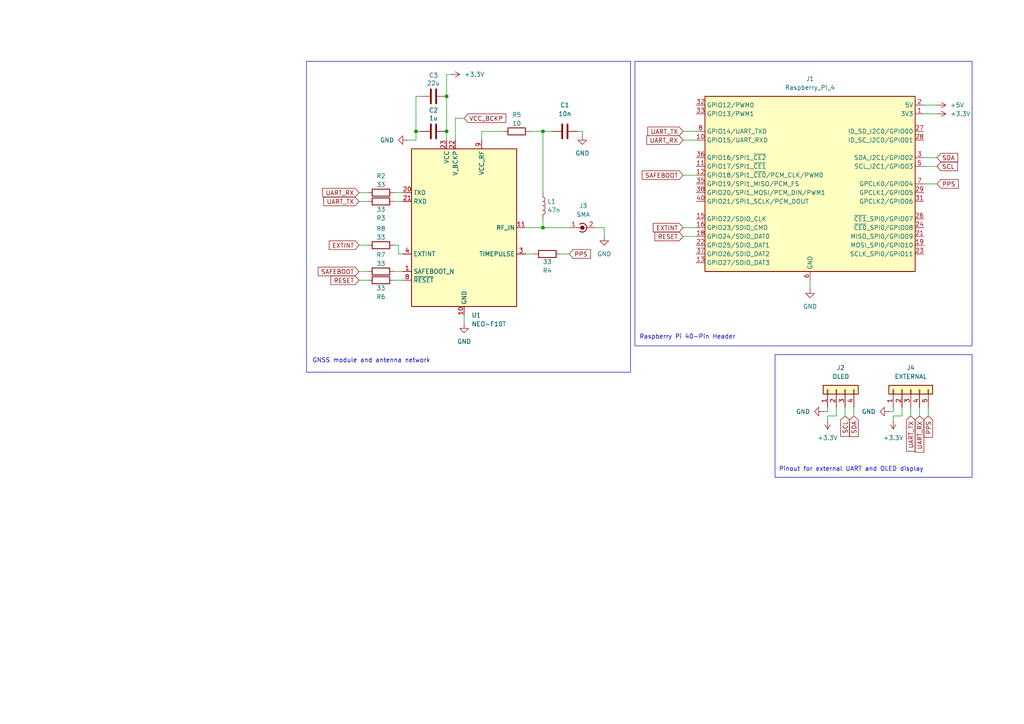
<source format=kicad_sch>
(kicad_sch (version 20250114) (generator "eeschema") (generator_version "9.0")
  (paper "A4")
  (lib_symbols
    (symbol "Connector:Conn_Coaxial_Power" (pin_names (offset 1.016) (hide yes))
      (property "Reference" "J" (at -5.08 -1.27 90))
      (property "Value" "Conn_Coaxial_Power" (at -3.175 -1.27 90))
      (symbol "Conn_Coaxial_Power_0_1"
        (arc (start 1.016 -0.508) (mid 1.2048 -0.8684) (end 1.27 -1.27) (stroke (width 0.254)))
        (polyline (pts (xy 0 0) (xy 0 -1.27)))
        (arc (start 1.27 -1.27) (mid 0 -2.5345) (end -1.27 -1.27) (stroke (width 0.254)))
        (arc (start -1.27 -1.27) (mid -1.2048 -0.8684) (end -1.016 -0.508) (stroke (width 0.254)))
        (circle (center 0 -1.27) (radius 0.508) (stroke (width 0.2032)) (fill (type outline)))
        (polyline (pts (xy 0 -2.54) (xy 0 -3.048)))
      )
      (symbol "Conn_Coaxial_Power_1_1"
        (pin passive line (at 0 2.54 270) (length 2.54) (name "In") (number "1"))
        (pin passive line (at 0 -5.08 90) (length 2.54) (name "Ext") (number "2"))
      )
    )
    (symbol "Connector:Raspberry_Pi_4"
      (property "Reference" "J" (at -17.526 48.768 0))
      (property "Value" "Raspberry_Pi_4" (at 15.748 -26.416 0))
      (symbol "Raspberry_Pi_4_0_1"
        (rectangle (start -30.48 25.4) (end 30.48 -25.4) (stroke (width 0.254)) (fill (type background)))
      )
      (symbol "Raspberry_Pi_4_1_1"
        (pin bidirectional line (at -33.02 22.86 0) (length 2.54) (name "GPIO12/PWM0") (number "32"))
        (pin bidirectional line (at -33.02 20.32 0) (length 2.54) (name "GPIO13/PWM1") (number "33"))
        (pin bidirectional line (at -33.02 15.24 0) (length 2.54) (name "GPIO14/UART_TXD") (number "8"))
        (pin bidirectional line (at -33.02 12.7 0) (length 2.54) (name "GPIO15/UART_RXD") (number "10"))
        (pin bidirectional line (at -33.02 7.62 0) (length 2.54) (name "GPIO16/SPI1_~{CE2}") (number "36"))
        (pin bidirectional line (at -33.02 5.08 0) (length 2.54) (name "GPIO17/SPI1_~{CE1}") (number "11"))
        (pin bidirectional line (at -33.02 2.54 0) (length 2.54) (name "GPIO18/SPI1_~{CE0}/PCM_CLK/PWM0") (number "12"))
        (pin bidirectional line (at -33.02 0 0) (length 2.54) (name "GPIO19/SPI1_MISO/PCM_FS") (number "35"))
        (pin bidirectional line (at -33.02 -2.54 0) (length 2.54) (name "GPIO20/SPI1_MOSI/PCM_DIN/PWM1") (number "38"))
        (pin bidirectional line (at -33.02 -5.08 0) (length 2.54) (name "GPIO21/SPI1_SCLK/PCM_DOUT") (number "40"))
        (pin bidirectional line (at -33.02 -10.16 0) (length 2.54) (name "GPIO22/SDIO_CLK") (number "15"))
        (pin bidirectional line (at -33.02 -12.7 0) (length 2.54) (name "GPIO23/SDIO_CMD") (number "16"))
        (pin bidirectional line (at -33.02 -15.24 0) (length 2.54) (name "GPIO24/SDIO_DAT0") (number "18"))
        (pin bidirectional line (at -33.02 -17.78 0) (length 2.54) (name "GPIO25/SDIO_DAT1") (number "22"))
        (pin bidirectional line (at -33.02 -20.32 0) (length 2.54) (name "GPIO26/SDIO_DAT2") (number "37"))
        (pin bidirectional line (at -33.02 -22.86 0) (length 2.54) (name "GPIO27/SDIO_DAT3") (number "13"))
        (pin passive line (at 0 -27.94 90) (length 2.54) (hide yes) (name "GND") (number "14"))
        (pin passive line (at 0 -27.94 90) (length 2.54) (hide yes) (name "GND") (number "20"))
        (pin passive line (at 0 -27.94 90) (length 2.54) (hide yes) (name "GND") (number "25"))
        (pin passive line (at 0 -27.94 90) (length 2.54) (hide yes) (name "GND") (number "30"))
        (pin passive line (at 0 -27.94 90) (length 2.54) (hide yes) (name "GND") (number "34"))
        (pin passive line (at 0 -27.94 90) (length 2.54) (hide yes) (name "GND") (number "39"))
        (pin power_out line (at 0 -27.94 90) (length 2.54) (name "GND") (number "6"))
        (pin passive line (at 0 -27.94 90) (length 2.54) (hide yes) (name "GND") (number "9"))
        (pin power_out line (at 33.02 22.86 180) (length 2.54) (name "5V") (number "2"))
        (pin passive line (at 33.02 22.86 180) (length 2.54) (hide yes) (name "5V") (number "4"))
        (pin power_out line (at 33.02 20.32 180) (length 2.54) (name "3V3") (number "1"))
        (pin passive line (at 33.02 20.32 180) (length 2.54) (hide yes) (name "3V3") (number "17"))
        (pin bidirectional line (at 33.02 15.24 180) (length 2.54) (name "ID_SD_I2C0/GPIO00") (number "27"))
        (pin bidirectional line (at 33.02 12.7 180) (length 2.54) (name "ID_SC_I2C0/GPIO01") (number "28"))
        (pin bidirectional line (at 33.02 7.62 180) (length 2.54) (name "SDA_I2C1/GPIO02") (number "3"))
        (pin bidirectional line (at 33.02 5.08 180) (length 2.54) (name "SCL_I2C1/GPIO03") (number "5"))
        (pin bidirectional line (at 33.02 0 180) (length 2.54) (name "GPCLK0/GPIO04") (number "7"))
        (pin bidirectional line (at 33.02 -2.54 180) (length 2.54) (name "GPCLK1/GPIO05") (number "29"))
        (pin bidirectional line (at 33.02 -5.08 180) (length 2.54) (name "GPCLK2/GPIO06") (number "31"))
        (pin bidirectional line (at 33.02 -10.16 180) (length 2.54) (name "~{CE1}_SPI0/GPIO07") (number "26"))
        (pin bidirectional line (at 33.02 -12.7 180) (length 2.54) (name "~{CE0}_SPI0/GPIO08") (number "24"))
        (pin bidirectional line (at 33.02 -15.24 180) (length 2.54) (name "MISO_SPI0/GPIO09") (number "21"))
        (pin bidirectional line (at 33.02 -17.78 180) (length 2.54) (name "MOSI_SPI0/GPIO10") (number "19"))
        (pin bidirectional line (at 33.02 -20.32 180) (length 2.54) (name "SCLK_SPI0/GPIO11") (number "23"))
      )
    )
    (symbol "Connector_Generic:Conn_01x04" (pin_names (offset 1.016) (hide yes))
      (property "Reference" "J" (at 0 5.08 0))
      (property "Value" "Conn_01x04" (at 0 -7.62 0))
      (symbol "Conn_01x04_1_1"
        (rectangle (start -1.27 3.81) (end 1.27 -6.35) (stroke (width 0.254)) (fill (type background)))
        (rectangle (start -1.27 2.667) (end 0 2.413) (stroke (width 0.1524)))
        (rectangle (start -1.27 0.127) (end 0 -0.127) (stroke (width 0.1524)))
        (rectangle (start -1.27 -2.413) (end 0 -2.667) (stroke (width 0.1524)))
        (rectangle (start -1.27 -4.953) (end 0 -5.207) (stroke (width 0.1524)))
        (pin passive line (at -5.08 2.54 0) (length 3.81) (name "Pin_1") (number "1"))
        (pin passive line (at -5.08 0 0) (length 3.81) (name "Pin_2") (number "2"))
        (pin passive line (at -5.08 -2.54 0) (length 3.81) (name "Pin_3") (number "3"))
        (pin passive line (at -5.08 -5.08 0) (length 3.81) (name "Pin_4") (number "4"))
      )
    )
    (symbol "Connector_Generic:Conn_01x05" (pin_names (offset 1.016) (hide yes))
      (property "Reference" "J" (at 0 7.62 0))
      (property "Value" "Conn_01x05" (at 0 -7.62 0))
      (symbol "Conn_01x05_1_1"
        (rectangle (start -1.27 6.35) (end 1.27 -6.35) (stroke (width 0.254)) (fill (type background)))
        (rectangle (start -1.27 5.207) (end 0 4.953) (stroke (width 0.1524)))
        (rectangle (start -1.27 2.667) (end 0 2.413) (stroke (width 0.1524)))
        (rectangle (start -1.27 0.127) (end 0 -0.127) (stroke (width 0.1524)))
        (rectangle (start -1.27 -2.413) (end 0 -2.667) (stroke (width 0.1524)))
        (rectangle (start -1.27 -4.953) (end 0 -5.207) (stroke (width 0.1524)))
        (pin passive line (at -5.08 5.08 0) (length 3.81) (name "Pin_1") (number "1"))
        (pin passive line (at -5.08 2.54 0) (length 3.81) (name "Pin_2") (number "2"))
        (pin passive line (at -5.08 0 0) (length 3.81) (name "Pin_3") (number "3"))
        (pin passive line (at -5.08 -2.54 0) (length 3.81) (name "Pin_4") (number "4"))
        (pin passive line (at -5.08 -5.08 0) (length 3.81) (name "Pin_5") (number "5"))
      )
    )
    (symbol "Device:C" (pin_numbers (hide yes)) (pin_names (offset 0.254))
      (property "Reference" "C" (at 0.635 2.54 0))
      (property "Value" "C" (at 0.635 -2.54 0))
      (symbol "C_0_1"
        (polyline (pts (xy -2.032 0.762) (xy 2.032 0.762)) (stroke (width 0.508)))
        (polyline (pts (xy -2.032 -0.762) (xy 2.032 -0.762)) (stroke (width 0.508)))
      )
      (symbol "C_1_1"
        (pin passive line (at 0 3.81 270) (length 2.794) (name "~") (number "1"))
        (pin passive line (at 0 -3.81 90) (length 2.794) (name "~") (number "2"))
      )
    )
    (symbol "Device:L" (pin_numbers (hide yes)) (pin_names (offset 1.016) (hide yes))
      (property "Reference" "L" (at -1.27 0 90))
      (property "Value" "L" (at 1.905 0 90))
      (symbol "L_0_1"
        (arc (start 0 2.54) (mid 0.6323 1.905) (end 0 1.27))
        (arc (start 0 1.27) (mid 0.6323 0.635) (end 0 0))
        (arc (start 0 0) (mid 0.6323 -0.635) (end 0 -1.27))
        (arc (start 0 -1.27) (mid 0.6323 -1.905) (end 0 -2.54))
      )
      (symbol "L_1_1"
        (pin passive line (at 0 3.81 270) (length 1.27) (name "1") (number "1"))
        (pin passive line (at 0 -3.81 90) (length 1.27) (name "2") (number "2"))
      )
    )
    (symbol "Device:R" (pin_numbers (hide yes)) (pin_names (offset 0))
      (property "Reference" "R" (at 2.032 0 90))
      (property "Value" "R" (at 0 0 90))
      (symbol "R_0_1"
        (rectangle (start -1.016 -2.54) (end 1.016 2.54) (stroke (width 0.254)))
      )
      (symbol "R_1_1"
        (pin passive line (at 0 3.81 270) (length 1.27) (name "~") (number "1"))
        (pin passive line (at 0 -3.81 90) (length 1.27) (name "~") (number "2"))
      )
    )
    (symbol "neo-f10t:NEO-F10T"
      (property "Reference" "U" (at -13.97 24.13 0))
      (property "Value" "NEO-F10T" (at 11.43 24.13 0))
      (symbol "NEO-F10T_0_1"
        (rectangle (start -15.24 22.86) (end 15.24 -22.86) (stroke (width 0.254)) (fill (type background)))
      )
      (symbol "NEO-F10T_1_1"
        (pin output line (at -17.78 10.16 0) (length 2.54) (name "TXD") (number "20"))
        (pin input line (at -17.78 7.62 0) (length 2.54) (name "RXD") (number "21"))
        (pin input line (at -17.78 -7.62 0) (length 2.54) (name "EXTINT") (number "4"))
        (pin bidirectional line (at -17.78 -12.7 0) (length 2.54) (name "SAFEBOOT_N") (number "1"))
        (pin input line (at -17.78 -15.24 0) (length 2.54) (name "~{RESET}") (number "8"))
        (pin no_connect line (at -15.24 17.78 0) (length 2.54) (hide yes) (name "RESERVED") (number "5"))
        (pin no_connect line (at -15.24 15.24 0) (length 2.54) (hide yes) (name "RESERVED") (number "6"))
        (pin no_connect line (at -15.24 2.54 0) (length 2.54) (hide yes) (name "RESERVED") (number "18"))
        (pin no_connect line (at -15.24 0 0) (length 2.54) (hide yes) (name "RESERVED") (number "19"))
        (pin no_connect line (at -15.24 -5.08 0) (length 2.54) (hide yes) (name "RESERVED") (number "15"))
        (pin no_connect line (at -15.24 -17.78 0) (length 2.54) (hide yes) (name "RESERVED") (number "2"))
        (pin power_in line (at -5.08 25.4 270) (length 2.54) (name "VCC") (number "23"))
        (pin power_in line (at -2.54 25.4 270) (length 2.54) (name "V_BCKP") (number "22"))
        (pin no_connect line (at 0 22.86 270) (length 2.54) (hide yes) (name "RESERVED") (number "7"))
        (pin power_in line (at 0 -25.4 90) (length 2.54) (name "GND") (number "10"))
        (pin passive line (at 0 -25.4 90) (length 2.54) (hide yes) (name "GND") (number "12"))
        (pin passive line (at 0 -25.4 90) (length 2.54) (hide yes) (name "GND") (number "13"))
        (pin passive line (at 0 -25.4 90) (length 2.54) (hide yes) (name "GND") (number "24"))
        (pin power_out line (at 5.08 25.4 270) (length 2.54) (name "VCC_RF") (number "9"))
        (pin no_connect line (at 15.24 5.08 180) (length 2.54) (hide yes) (name "RESERVED") (number "14"))
        (pin no_connect line (at 15.24 -10.16 180) (length 2.54) (hide yes) (name "RESERVED") (number "16"))
        (pin no_connect line (at 15.24 -12.7 180) (length 2.54) (hide yes) (name "RESERVED") (number "17"))
        (pin input line (at 17.78 0 180) (length 2.54) (name "RF_IN") (number "11"))
        (pin output line (at 17.78 -7.62 180) (length 2.54) (name "TIMEPULSE") (number "3"))
      )
    )
    (symbol "power:+3.3V" (power) (pin_numbers (hide yes)) (pin_names (offset 0) (hide yes))
      (property "Value" "+3.3V" (at 0 3.556 0))
      (symbol "+3.3V_0_1"
        (polyline (pts (xy -0.762 1.27) (xy 0 2.54)))
        (polyline (pts (xy 0 2.54) (xy 0.762 1.27)))
        (polyline (pts (xy 0 0) (xy 0 2.54)))
      )
      (symbol "+3.3V_1_1"
        (pin power_in line (at 0 0 90) (length 0) (name "~") (number "1"))
      )
    )
    (symbol "power:+5V" (power) (pin_numbers (hide yes)) (pin_names (offset 0) (hide yes))
      (property "Value" "+5V" (at 0 3.556 0))
      (symbol "+5V_0_1"
        (polyline (pts (xy -0.762 1.27) (xy 0 2.54)))
        (polyline (pts (xy 0 2.54) (xy 0.762 1.27)))
        (polyline (pts (xy 0 0) (xy 0 2.54)))
      )
      (symbol "+5V_1_1"
        (pin power_in line (at 0 0 90) (length 0) (name "~") (number "1"))
      )
    )
    (symbol "power:GND" (power) (pin_numbers (hide yes)) (pin_names (offset 0) (hide yes))
      (property "Value" "GND" (at 0 -3.81 0))
      (symbol "GND_0_1"
        (polyline (pts (xy 0 0) (xy 0 -1.27) (xy 1.27 -1.27) (xy 0 -2.54) (xy -1.27 -1.27) (xy 0 -1.27)))
      )
      (symbol "GND_1_1"
        (pin power_in line (at 0 0 270) (length 0) (name "~") (number "1"))
      )
    )
  )
  (rectangle (start 224.79 102.87) (end 281.94 138.43))
  (rectangle (start 184.15 17.78) (end 281.94 100.33))
  (rectangle (start 88.9 17.78) (end 182.88 107.95))
  (text "Pinout for external UART and OLED display" (at 246.888 136.144 0) (effects (font (size 1.27 1.27))))
  (text "GNSS module and antenna network" (at 107.696 104.648 0) (effects (font (size 1.27 1.27))))
  (text "Raspberry Pi 40-Pin Header" (at 199.39 97.79 0) (effects (font (size 1.27 1.27))))
  (junction (at 129.54 27.94))
  (junction (at 157.48 66.04))
  (junction (at 129.54 38.1))
  (junction (at 157.48 38.1))
  (junction (at 120.65 38.1))
  (wire (pts (xy 168.91 39.37) (xy 168.91 38.1)))
  (wire (pts (xy 240.03 119.38) (xy 240.03 118.11)))
  (wire (pts (xy 198.12 66.04) (xy 201.93 66.04)))
  (wire (pts (xy 114.3 78.74) (xy 116.84 78.74)))
  (wire (pts (xy 198.12 68.58) (xy 201.93 68.58)))
  (wire (pts (xy 267.97 33.02) (xy 271.78 33.02)))
  (wire (pts (xy 259.08 120.65) (xy 259.08 121.92)))
  (wire (pts (xy 120.65 27.94) (xy 121.92 27.94)))
  (wire (pts (xy 238.76 119.38) (xy 240.03 119.38)))
  (wire (pts (xy 120.65 38.1) (xy 120.65 27.94)))
  (wire (pts (xy 114.3 58.42) (xy 116.84 58.42)))
  (wire (pts (xy 115.57 71.12) (xy 115.57 73.66)))
  (wire (pts (xy 264.16 118.11) (xy 264.16 120.65)))
  (wire (pts (xy 259.08 119.38) (xy 259.08 118.11)))
  (wire (pts (xy 129.54 40.64) (xy 129.54 38.1)))
  (wire (pts (xy 120.65 40.64) (xy 120.65 38.1)))
  (wire (pts (xy 234.95 81.28) (xy 234.95 83.82)))
  (wire (pts (xy 257.81 119.38) (xy 259.08 119.38)))
  (wire (pts (xy 114.3 81.28) (xy 116.84 81.28)))
  (wire (pts (xy 129.54 21.59) (xy 130.81 21.59)))
  (wire (pts (xy 267.97 30.48) (xy 271.78 30.48)))
  (wire (pts (xy 240.03 120.65) (xy 242.57 120.65)))
  (wire (pts (xy 152.4 66.04) (xy 157.48 66.04)))
  (wire (pts (xy 269.24 118.11) (xy 269.24 120.65)))
  (wire (pts (xy 175.26 66.04) (xy 172.72 66.04)))
  (wire (pts (xy 157.48 66.04) (xy 165.1 66.04)))
  (wire (pts (xy 153.67 38.1) (xy 157.48 38.1)))
  (wire (pts (xy 259.08 120.65) (xy 261.62 120.65)))
  (wire (pts (xy 104.14 71.12) (xy 106.68 71.12)))
  (wire (pts (xy 132.08 34.29) (xy 134.62 34.29)))
  (wire (pts (xy 168.91 38.1) (xy 167.64 38.1)))
  (wire (pts (xy 114.3 71.12) (xy 115.57 71.12)))
  (wire (pts (xy 198.12 38.1) (xy 201.93 38.1)))
  (wire (pts (xy 157.48 55.88) (xy 157.48 38.1)))
  (wire (pts (xy 198.12 40.64) (xy 201.93 40.64)))
  (wire (pts (xy 129.54 27.94) (xy 129.54 38.1)))
  (wire (pts (xy 104.14 55.88) (xy 106.68 55.88)))
  (wire (pts (xy 266.7 118.11) (xy 266.7 120.65)))
  (wire (pts (xy 198.12 50.8) (xy 201.93 50.8)))
  (wire (pts (xy 267.97 45.72) (xy 271.78 45.72)))
  (wire (pts (xy 165.1 73.66) (xy 162.56 73.66)))
  (wire (pts (xy 115.57 73.66) (xy 116.84 73.66)))
  (wire (pts (xy 245.11 118.11) (xy 245.11 120.65)))
  (wire (pts (xy 104.14 58.42) (xy 106.68 58.42)))
  (wire (pts (xy 261.62 120.65) (xy 261.62 118.11)))
  (wire (pts (xy 157.48 63.5) (xy 157.48 66.04)))
  (wire (pts (xy 267.97 48.26) (xy 271.78 48.26)))
  (wire (pts (xy 129.54 21.59) (xy 129.54 27.94)))
  (wire (pts (xy 247.65 118.11) (xy 247.65 120.65)))
  (wire (pts (xy 242.57 120.65) (xy 242.57 118.11)))
  (wire (pts (xy 175.26 68.58) (xy 175.26 66.04)))
  (wire (pts (xy 271.78 53.34) (xy 267.97 53.34)))
  (wire (pts (xy 104.14 78.74) (xy 106.68 78.74)))
  (wire (pts (xy 134.62 91.44) (xy 134.62 93.98)))
  (wire (pts (xy 139.7 38.1) (xy 146.05 38.1)))
  (wire (pts (xy 139.7 40.64) (xy 139.7 38.1)))
  (wire (pts (xy 118.11 40.64) (xy 120.65 40.64)))
  (wire (pts (xy 132.08 34.29) (xy 132.08 40.64)))
  (wire (pts (xy 160.02 38.1) (xy 157.48 38.1)))
  (wire (pts (xy 120.65 38.1) (xy 121.92 38.1)))
  (wire (pts (xy 104.14 81.28) (xy 106.68 81.28)))
  (wire (pts (xy 240.03 120.65) (xy 240.03 121.92)))
  (wire (pts (xy 114.3 55.88) (xy 116.84 55.88)))
  (wire (pts (xy 152.4 73.66) (xy 154.94 73.66)))
  (global_label "SAFEBOOT" (shape input) (at 104.14 78.74 180) (property "Intersheetrefs" "${INTERSHEET_REFS}" (effects (hide yes))))
  (global_label "SAFEBOOT" (shape input) (at 198.12 50.8 180) (property "Intersheetrefs" "${INTERSHEET_REFS}" (effects (hide yes))))
  (global_label "RESET" (shape input) (at 104.14 81.28 180) (property "Intersheetrefs" "${INTERSHEET_REFS}" (effects (hide yes))))
  (global_label "UART_RX" (shape input) (at 266.7 120.65 270) (property "Intersheetrefs" "${INTERSHEET_REFS}" (effects (hide yes))))
  (global_label "SCL" (shape input) (at 271.78 48.26 0) (property "Intersheetrefs" "${INTERSHEET_REFS}" (effects (hide yes))))
  (global_label "UART_RX" (shape input) (at 104.14 55.88 180) (property "Intersheetrefs" "${INTERSHEET_REFS}" (effects (hide yes))))
  (global_label "PPS" (shape input) (at 271.78 53.34 0) (property "Intersheetrefs" "${INTERSHEET_REFS}" (effects (hide yes))))
  (global_label "SDA" (shape input) (at 271.78 45.72 0) (property "Intersheetrefs" "${INTERSHEET_REFS}" (effects (hide yes))))
  (global_label "PPS" (shape input) (at 269.24 120.65 270) (property "Intersheetrefs" "${INTERSHEET_REFS}" (effects (hide yes))))
  (global_label "RESET" (shape input) (at 198.12 68.58 180) (property "Intersheetrefs" "${INTERSHEET_REFS}" (effects (hide yes))))
  (global_label "EXTINT" (shape input) (at 198.12 66.04 180) (property "Intersheetrefs" "${INTERSHEET_REFS}" (effects (hide yes))))
  (global_label "SCL" (shape input) (at 245.11 120.65 270) (property "Intersheetrefs" "${INTERSHEET_REFS}" (effects (hide yes))))
  (global_label "PPS" (shape input) (at 165.1 73.66 0) (property "Intersheetrefs" "${INTERSHEET_REFS}" (effects (hide yes))))
  (global_label "UART_TX" (shape input) (at 264.16 120.65 270) (property "Intersheetrefs" "${INTERSHEET_REFS}" (effects (hide yes))))
  (global_label "UART_RX" (shape input) (at 198.12 40.64 180) (property "Intersheetrefs" "${INTERSHEET_REFS}" (effects (hide yes))))
  (global_label "EXTINT" (shape input) (at 104.14 71.12 180) (property "Intersheetrefs" "${INTERSHEET_REFS}" (effects (hide yes))))
  (global_label "UART_TX" (shape input) (at 198.12 38.1 180) (property "Intersheetrefs" "${INTERSHEET_REFS}" (effects (hide yes))))
  (global_label "SDA" (shape input) (at 247.65 120.65 270) (property "Intersheetrefs" "${INTERSHEET_REFS}" (effects (hide yes))))
  (global_label "UART_TX" (shape input) (at 104.14 58.42 180) (property "Intersheetrefs" "${INTERSHEET_REFS}" (effects (hide yes))))
  (global_label "VCC_BCKP" (shape input) (at 134.62 34.29 0) (property "Intersheetrefs" "${INTERSHEET_REFS}" (effects (hide yes))))
  (symbol (lib_id "Device:C") (at 163.83 38.1 90) (unit 1)
    (property "Reference" "C1" (at 163.83 30.48 90))
    (property "Value" "10n" (at 163.83 33.02 90))
    (property "Footprint" "Capacitor_SMD:C_0805_2012Metric" (effects (hide yes)))
    (property "Description" "Unpolarized capacitor" (effects (hide yes)))
    (property "MFR" "791-0805N103G500CT" (effects (hide yes)))
  )
  (symbol (lib_id "neo-f10t:NEO-F10T") (at 134.62 66.04 0) (unit 1)
    (property "Reference" "U1" (at 136.7633 91.44 0) (effects (justify left)))
    (property "Value" "NEO-F10T" (at 136.7633 93.98 0) (effects (justify left)))
    (property "Footprint" "RF_GPS:ublox_NEO" (effects (hide yes)))
    (property "Datasheet" "https://content.u-blox.com/sites/default/files/documents/NEO-LEA-M8T-FW3_DataSheet_UBX-15025193.pdf" (effects (hide yes)))
    (property "Description" "GNSS Module NEO M8, VCC 2.7V to 3.6V" (effects (hide yes)))
  )
  (symbol (lib_id "power:GND") (at 168.91 39.37 0) (unit 1)
    (property "Reference" "#PWR014" (effects (hide yes)))
    (property "Value" "GND" (at 168.91 44.45 0))
    (property "Description" "Power symbol creates a global label with name \"GND\" , ground" (effects (hide yes)))
  )
  (symbol (lib_id "power:GND") (at 257.81 119.38 270) (unit 1)
    (property "Reference" "#PWR09" (effects (hide yes)))
    (property "Value" "GND" (at 254 119.3799 90) (effects (justify right)))
    (property "Description" "Power symbol creates a global label with name \"GND\" , ground" (effects (hide yes)))
  )
  (symbol (lib_id "Device:R") (at 149.86 38.1 90) (unit 1)
    (property "Reference" "R5" (at 149.86 33.274 90))
    (property "Value" "10" (at 149.86 35.814 90))
    (property "Footprint" "Resistor_SMD:R_0805_2012Metric" (effects (hide yes)))
    (property "Description" "Resistor" (effects (hide yes)))
    (property "MFR" "603-RT0805FRE1310RL" (effects (hide yes)))
  )
  (symbol (lib_id "power:+3.3V") (at 259.08 121.92 180) (unit 1)
    (property "Reference" "#PWR010" (effects (hide yes)))
    (property "Value" "+3.3V" (at 259.08 127 0))
    (property "Description" "Power symbol creates a global label with name \"+3.3V\"" (effects (hide yes)))
  )
  (symbol (lib_id "Device:R") (at 110.49 78.74 90) (unit 1)
    (property "Reference" "R7" (at 110.49 73.914 90))
    (property "Value" "33" (at 110.49 76.454 90))
    (property "Footprint" "Resistor_SMD:R_0603_1608Metric" (effects (hide yes)))
    (property "Description" "Resistor" (effects (hide yes)))
    (property "MFR" "603-RT0603FRE0733RL" (effects (hide yes)))
  )
  (symbol (lib_id "power:+3.3V") (at 240.03 121.92 180) (unit 1)
    (property "Reference" "#PWR07" (effects (hide yes)))
    (property "Value" "+3.3V" (at 240.03 127 0))
    (property "Description" "Power symbol creates a global label with name \"+3.3V\"" (effects (hide yes)))
  )
  (symbol (lib_id "Connector:Raspberry_Pi_4") (at 234.95 53.34 0) (unit 1)
    (property "Reference" "J1" (at 234.95 22.86 0))
    (property "Value" "Raspberry_Pi_4" (at 234.95 25.4 0))
    (property "Footprint" "Connector_PinSocket_2.54mm:PinSocket_2x20_P2.54mm_Vertical" (effects (hide yes)))
    (property "Datasheet" "https://datasheets.raspberrypi.com/rpi4/raspberry-pi-4-datasheet.pdf" (effects (hide yes)))
    (property "Description" "Raspberry Pi 4 Model B" (effects (hide yes)))
  )
  (symbol (lib_id "Connector:Conn_Coaxial_Power") (at 167.64 66.04 90) (unit 1)
    (property "Reference" "J3" (at 169.164 59.69 90))
    (property "Value" "SMA" (at 169.164 62.23 90))
    (property "Footprint" "Connector_Coaxial:SMA_Amphenol_132289_EdgeMount" (effects (hide yes)))
    (property "Description" "SMA" (effects (hide yes)))
    (property "MFR" "CON-SMA-EDGE-S" (effects (hide yes)))
  )
  (symbol (lib_id "Device:C") (at 125.73 27.94 90) (unit 1)
    (property "Reference" "C3" (at 125.73 21.844 90))
    (property "Value" "22u" (at 125.73 24.13 90))
    (property "Footprint" "Capacitor_SMD:C_0805_2012Metric" (effects (hide yes)))
    (property "Description" "Unpolarized capacitor" (effects (hide yes)))
    (property "MFR" "187-CL21A226MAYNNNE" (effects (hide yes)))
  )
  (symbol (lib_id "Device:R") (at 110.49 58.42 270) (unit 1)
    (property "Reference" "R3" (at 110.49 63.246 90))
    (property "Value" "33" (at 110.49 60.706 90))
    (property "Footprint" "Resistor_SMD:R_0603_1608Metric" (effects (hide yes)))
    (property "Description" "Resistor" (effects (hide yes)))
    (property "MFR" "603-RT0603FRE0733RL" (effects (hide yes)))
  )
  (symbol (lib_id "power:GND") (at 118.11 40.64 270) (unit 1)
    (property "Reference" "#PWR015" (effects (hide yes)))
    (property "Value" "GND" (at 114.3 40.6399 90) (effects (justify right)))
    (property "Description" "Power symbol creates a global label with name \"GND\" , ground" (effects (hide yes)))
  )
  (symbol (lib_id "Connector_Generic:Conn_01x04") (at 242.57 113.03 90) (unit 1)
    (property "Reference" "J2" (at 243.84 106.68 90))
    (property "Value" "OLED" (at 243.84 109.22 90))
    (property "Footprint" "Connector_PinSocket_2.54mm:PinSocket_1x04_P2.54mm_Vertical" (effects (hide yes)))
    (property "Description" "Generic connector, single row, 01x04, script generated (kicad-library-utils/schlib/autogen/connector/)" (effects (hide yes)))
  )
  (symbol (lib_id "power:GND") (at 134.62 93.98 0) (unit 1)
    (property "Reference" "#PWR04" (effects (hide yes)))
    (property "Value" "GND" (at 134.62 99.06 0))
    (property "Description" "Power symbol creates a global label with name \"GND\" , ground" (effects (hide yes)))
  )
  (symbol (lib_id "power:GND") (at 238.76 119.38 270) (unit 1)
    (property "Reference" "#PWR06" (effects (hide yes)))
    (property "Value" "GND" (at 234.95 119.3799 90) (effects (justify right)))
    (property "Description" "Power symbol creates a global label with name \"GND\" , ground" (effects (hide yes)))
  )
  (symbol (lib_id "Device:R") (at 110.49 81.28 270) (unit 1)
    (property "Reference" "R6" (at 110.49 86.106 90))
    (property "Value" "33" (at 110.49 83.566 90))
    (property "Footprint" "Resistor_SMD:R_0603_1608Metric" (effects (hide yes)))
    (property "Description" "Resistor" (effects (hide yes)))
    (property "MFR" "603-RT0603FRE0733RL" (effects (hide yes)))
  )
  (symbol (lib_id "Device:R") (at 158.75 73.66 270) (unit 1)
    (property "Reference" "R4" (at 158.75 78.486 90))
    (property "Value" "33" (at 158.75 75.946 90))
    (property "Footprint" "Resistor_SMD:R_0603_1608Metric" (effects (hide yes)))
    (property "Description" "Resistor" (effects (hide yes)))
    (property "MFR" "603-RT0603FRE0733RL" (effects (hide yes)))
  )
  (symbol (lib_id "power:+3.3V") (at 130.81 21.59 270) (unit 1)
    (property "Reference" "#PWR05" (effects (hide yes)))
    (property "Value" "+3.3V" (at 134.62 21.5899 90) (effects (justify left)))
    (property "Description" "Power symbol creates a global label with name \"+3.3V\"" (effects (hide yes)))
  )
  (symbol (lib_id "Device:L") (at 157.48 59.69 0) (unit 1)
    (property "Reference" "L1" (at 158.75 58.4199 0) (effects (justify left)))
    (property "Value" "47n" (at 158.75 60.9599 0) (effects (justify left)))
    (property "Footprint" "Inductor_SMD:L_0603_1608Metric" (effects (hide yes)))
    (property "Description" "Inductor" (effects (hide yes)))
    (property "MFR" "815-AIMC-0603-47NJT" (effects (hide yes)))
  )
  (symbol (lib_id "power:GND") (at 234.95 83.82 0) (unit 1)
    (property "Reference" "#PWR013" (effects (hide yes)))
    (property "Value" "GND" (at 234.95 88.9 0))
    (property "Description" "Power symbol creates a global label with name \"GND\" , ground" (effects (hide yes)))
  )
  (symbol (lib_id "power:GND") (at 175.26 68.58 0) (unit 1)
    (property "Reference" "#PWR012" (effects (hide yes)))
    (property "Value" "GND" (at 175.26 73.66 0))
    (property "Description" "Power symbol creates a global label with name \"GND\" , ground" (effects (hide yes)))
  )
  (symbol (lib_id "Connector_Generic:Conn_01x05") (at 264.16 113.03 90) (unit 1)
    (property "Reference" "J4" (at 264.16 106.68 90))
    (property "Value" "EXTERNAL" (at 264.16 109.22 90))
    (property "Footprint" "Connector_PinHeader_2.54mm:PinHeader_1x05_P2.54mm_Vertical" (effects (hide yes)))
    (property "Description" "External connection" (effects (hide yes)))
  )
  (symbol (lib_id "Device:R") (at 110.49 55.88 90) (unit 1)
    (property "Reference" "R2" (at 110.49 51.054 90))
    (property "Value" "33" (at 110.49 53.594 90))
    (property "Footprint" "Resistor_SMD:R_0603_1608Metric" (effects (hide yes)))
    (property "Description" "Resistor" (effects (hide yes)))
    (property "MFR" "603-RT0603FRE0733RL" (effects (hide yes)))
  )
  (symbol (lib_id "power:+3.3V") (at 271.78 33.02 270) (unit 1)
    (property "Reference" "#PWR08" (effects (hide yes)))
    (property "Value" "+3.3V" (at 275.59 33.0199 90) (effects (justify left)))
    (property "Description" "Power symbol creates a global label with name \"+3.3V\"" (effects (hide yes)))
  )
  (symbol (lib_id "Device:R") (at 110.49 71.12 90) (unit 1)
    (property "Reference" "R8" (at 110.49 66.294 90))
    (property "Value" "33" (at 110.49 68.834 90))
    (property "Footprint" "Resistor_SMD:R_0603_1608Metric" (effects (hide yes)))
    (property "Description" "Resistor" (effects (hide yes)))
    (property "MFR" "603-RT0603FRE0733RL" (effects (hide yes)))
  )
  (symbol (lib_id "Device:C") (at 125.73 38.1 90) (unit 1)
    (property "Reference" "C2" (at 125.73 32.004 90))
    (property "Value" "1u" (at 125.73 34.29 90))
    (property "Footprint" "Capacitor_SMD:C_0603_1608Metric" (effects (hide yes)))
    (property "Description" "Unpolarized capacitor" (effects (hide yes)))
    (property "MFR" "81-GRM188D72A105KE1D" (effects (hide yes)))
  )
  (symbol (lib_id "power:+5V") (at 271.78 30.48 270) (unit 1)
    (property "Reference" "#PWR01" (effects (hide yes)))
    (property "Value" "+5V" (at 275.59 30.4799 90) (effects (justify left)))
    (property "Description" "Power symbol creates a global label with name \"+5V\"" (effects (hide yes)))
  )
)
</source>
